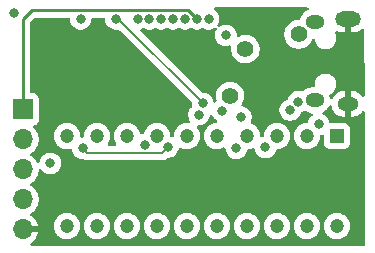
<source format=gbr>
%TF.GenerationSoftware,KiCad,Pcbnew,9.0.3*%
%TF.CreationDate,2025-08-22T13:27:39-06:00*%
%TF.ProjectId,SWAG_BAR_LED_ARM,53574147-5f42-4415-925f-4c45445f4152,rev?*%
%TF.SameCoordinates,Original*%
%TF.FileFunction,Copper,L4,Bot*%
%TF.FilePolarity,Positive*%
%FSLAX46Y46*%
G04 Gerber Fmt 4.6, Leading zero omitted, Abs format (unit mm)*
G04 Created by KiCad (PCBNEW 9.0.3) date 2025-08-22 13:27:39*
%MOMM*%
%LPD*%
G01*
G04 APERTURE LIST*
%TA.AperFunction,ComponentPad*%
%ADD10C,1.400000*%
%TD*%
%TA.AperFunction,ComponentPad*%
%ADD11O,1.800000X1.150000*%
%TD*%
%TA.AperFunction,ComponentPad*%
%ADD12O,1.600000X1.200000*%
%TD*%
%TA.AperFunction,ComponentPad*%
%ADD13O,2.200000X1.300000*%
%TD*%
%TA.AperFunction,ComponentPad*%
%ADD14R,1.700000X1.700000*%
%TD*%
%TA.AperFunction,ComponentPad*%
%ADD15O,1.700000X1.700000*%
%TD*%
%TA.AperFunction,ComponentPad*%
%ADD16R,1.200000X1.200000*%
%TD*%
%TA.AperFunction,ComponentPad*%
%ADD17C,1.200000*%
%TD*%
%TA.AperFunction,ViaPad*%
%ADD18C,0.800000*%
%TD*%
%TA.AperFunction,Conductor*%
%ADD19C,0.250000*%
%TD*%
%TA.AperFunction,Conductor*%
%ADD20C,0.200000*%
%TD*%
G04 APERTURE END LIST*
D10*
%TO.P,TP3,1,1*%
%TO.N,/D-*%
X96000000Y-96650000D03*
%TD*%
%TO.P,TP2,1,1*%
%TO.N,+5V*%
X101800000Y-91450000D03*
%TD*%
%TO.P,TP1,1,1*%
%TO.N,/D+*%
X97300000Y-92700000D03*
%TD*%
D11*
%TO.P,J3,6,Shield*%
%TO.N,GND*%
X105979000Y-97326000D03*
D12*
X103179000Y-97026000D03*
X103179000Y-90426000D03*
D13*
X105979000Y-90126000D03*
%TD*%
D14*
%TO.P,J1,1,Pin_1*%
%TO.N,/SWDIO*%
X78435200Y-97790000D03*
D15*
%TO.P,J1,2,Pin_2*%
%TO.N,/SWCLK*%
X78435200Y-100330000D03*
%TO.P,J1,3,Pin_3*%
%TO.N,/RST*%
X78435200Y-102870000D03*
%TO.P,J1,4,Pin_4*%
%TO.N,+3V3*%
X78435200Y-105410000D03*
%TO.P,J1,5,Pin_5*%
%TO.N,GND*%
X78435200Y-107950000D03*
%TD*%
D16*
%TO.P,BAR1,1,A*%
%TO.N,+3V3*%
X105048500Y-100056500D03*
D17*
%TO.P,BAR1,2,A*%
X102508500Y-100056500D03*
%TO.P,BAR1,3,A*%
X99968500Y-100056500D03*
%TO.P,BAR1,4,A*%
X97428500Y-100056500D03*
%TO.P,BAR1,5,A*%
X94888500Y-100056500D03*
%TO.P,BAR1,6,A*%
X92348500Y-100056500D03*
%TO.P,BAR1,7,A*%
X89808500Y-100056500D03*
%TO.P,BAR1,8,A*%
X87268500Y-100056500D03*
%TO.P,BAR1,9,A*%
X84728500Y-100056500D03*
%TO.P,BAR1,10,A*%
X82188500Y-100056500D03*
%TO.P,BAR1,11,K*%
%TO.N,/L9*%
X82188500Y-107676500D03*
%TO.P,BAR1,12,K*%
%TO.N,/L8*%
X84728500Y-107676500D03*
%TO.P,BAR1,13,K*%
%TO.N,/L7*%
X87268500Y-107676500D03*
%TO.P,BAR1,14,K*%
%TO.N,/L6*%
X89808500Y-107676500D03*
%TO.P,BAR1,15,K*%
%TO.N,/L5*%
X92348500Y-107676500D03*
%TO.P,BAR1,16,K*%
%TO.N,/L4*%
X94888500Y-107676500D03*
%TO.P,BAR1,17,K*%
%TO.N,/L3*%
X97428500Y-107676500D03*
%TO.P,BAR1,18,K*%
%TO.N,/L2*%
X99968500Y-107676500D03*
%TO.P,BAR1,19,K*%
%TO.N,/L1*%
X102508500Y-107676500D03*
%TO.P,BAR1,20,K*%
%TO.N,/L0*%
X105048500Y-107676500D03*
%TD*%
D18*
%TO.N,+5V*%
X101784553Y-97135995D03*
%TO.N,/SWDIO*%
X93170397Y-90132500D03*
%TO.N,/SWCLK*%
X77673200Y-89662000D03*
X94169900Y-90132500D03*
%TO.N,GND*%
X88519000Y-103886000D03*
X92811600Y-93675200D03*
X83439000Y-104013000D03*
X103632000Y-104013000D03*
X98679000Y-104013000D03*
X93599000Y-104013000D03*
%TO.N,/RST*%
X95632674Y-91525171D03*
%TO.N,/Sig_L1*%
X103505000Y-99060000D03*
X91171391Y-90132500D03*
%TO.N,/Sig_L0*%
X92170894Y-90132500D03*
X101087601Y-97852418D03*
%TO.N,/Sig_L8*%
X88803124Y-100780607D03*
X80782949Y-102359649D03*
%TO.N,/SW_1*%
X93675200Y-97282000D03*
X86309200Y-90132000D03*
%TO.N,/Sig_L9*%
X90728800Y-100987501D03*
X83515200Y-101092000D03*
%TO.N,/Sig_L2*%
X90171888Y-90132500D03*
X96520000Y-101092000D03*
X96926400Y-98450400D03*
%TO.N,/Sig_L3*%
X89172385Y-90132500D03*
X98990102Y-101021797D03*
%TO.N,/Sig_L4*%
X93364044Y-98231352D03*
X88188800Y-90119200D03*
%TO.N,/Sig_L5*%
X83341586Y-90132500D03*
X95315818Y-97923465D03*
%TD*%
D19*
%TO.N,/SWDIO*%
X93170397Y-90132500D02*
X93170397Y-90106698D01*
X78435200Y-90170000D02*
X78435200Y-97790000D01*
X88502405Y-89407500D02*
X88489105Y-89394200D01*
X93170397Y-90106698D02*
X92471199Y-89407500D01*
X92471199Y-89407500D02*
X88502405Y-89407500D01*
X79211000Y-89394200D02*
X78435200Y-90170000D01*
X88489105Y-89394200D02*
X79211000Y-89394200D01*
D20*
%TO.N,/SW_1*%
X86309200Y-90132000D02*
X86525200Y-90132000D01*
X86525200Y-90132000D02*
X93675200Y-97282000D01*
%TO.N,/Sig_L9*%
X83903807Y-101480607D02*
X83515200Y-101092000D01*
X90235694Y-101480607D02*
X83903807Y-101480607D01*
X90728800Y-100987501D02*
X90235694Y-101480607D01*
%TD*%
%TA.AperFunction,Conductor*%
%TO.N,GND*%
G36*
X102616735Y-89174185D02*
G01*
X102662490Y-89226989D01*
X102672434Y-89296147D01*
X102643409Y-89359703D01*
X102588014Y-89396431D01*
X102556744Y-89406591D01*
X102402475Y-89485195D01*
X102262397Y-89586967D01*
X102139967Y-89709397D01*
X102038195Y-89849475D01*
X101959591Y-90003744D01*
X101910180Y-90155818D01*
X101870743Y-90213493D01*
X101806384Y-90240692D01*
X101792249Y-90241500D01*
X101704884Y-90241500D01*
X101517008Y-90271256D01*
X101336092Y-90330040D01*
X101166607Y-90416398D01*
X101098221Y-90466084D01*
X101012715Y-90528208D01*
X101012713Y-90528210D01*
X101012712Y-90528210D01*
X100878210Y-90662712D01*
X100878210Y-90662713D01*
X100878208Y-90662715D01*
X100842663Y-90711638D01*
X100766398Y-90816607D01*
X100680040Y-90986092D01*
X100621256Y-91167008D01*
X100591500Y-91354883D01*
X100591500Y-91545116D01*
X100621256Y-91732991D01*
X100680040Y-91913907D01*
X100701237Y-91955507D01*
X100766398Y-92083392D01*
X100878208Y-92237285D01*
X101012715Y-92371792D01*
X101166608Y-92483602D01*
X101232259Y-92517053D01*
X101336092Y-92569959D01*
X101336094Y-92569959D01*
X101336097Y-92569961D01*
X101433070Y-92601469D01*
X101517008Y-92628743D01*
X101704884Y-92658500D01*
X101704889Y-92658500D01*
X101895116Y-92658500D01*
X102082991Y-92628743D01*
X102263903Y-92569961D01*
X102433392Y-92483602D01*
X102587285Y-92371792D01*
X102721792Y-92237285D01*
X102833602Y-92083392D01*
X102919961Y-91913903D01*
X102934496Y-91869168D01*
X102973931Y-91811494D01*
X103038290Y-91784295D01*
X103107136Y-91796209D01*
X103158613Y-91843452D01*
X103174043Y-91883296D01*
X103205411Y-92040992D01*
X103205413Y-92041000D01*
X103273896Y-92206332D01*
X103273901Y-92206342D01*
X103373321Y-92355134D01*
X103373324Y-92355138D01*
X103499861Y-92481675D01*
X103499865Y-92481678D01*
X103648657Y-92581098D01*
X103648661Y-92581100D01*
X103648664Y-92581102D01*
X103814000Y-92649587D01*
X103989516Y-92684499D01*
X103989520Y-92684500D01*
X103989521Y-92684500D01*
X104168480Y-92684500D01*
X104168481Y-92684499D01*
X104344000Y-92649587D01*
X104509336Y-92581102D01*
X104658135Y-92481678D01*
X104784678Y-92355135D01*
X104884102Y-92206336D01*
X104952587Y-92041000D01*
X104987500Y-91865479D01*
X104987500Y-91686521D01*
X104952587Y-91511000D01*
X104884102Y-91345664D01*
X104884098Y-91345659D01*
X104881229Y-91340289D01*
X104883644Y-91338997D01*
X104866277Y-91283596D01*
X104884738Y-91216209D01*
X104936701Y-91169501D01*
X105005667Y-91158301D01*
X105046552Y-91170856D01*
X105087548Y-91191745D01*
X105087555Y-91191748D01*
X105259706Y-91247682D01*
X105438494Y-91276000D01*
X105729000Y-91276000D01*
X105729000Y-90551000D01*
X106229000Y-90551000D01*
X106229000Y-91276000D01*
X106519506Y-91276000D01*
X106698293Y-91247682D01*
X106870444Y-91191748D01*
X106870447Y-91191747D01*
X107031734Y-91109565D01*
X107175435Y-91005162D01*
X107241241Y-90981682D01*
X107309295Y-90997508D01*
X107357990Y-91047613D01*
X107372320Y-91105171D01*
X107386035Y-96604453D01*
X107366517Y-96671541D01*
X107313828Y-96717428D01*
X107244694Y-96727543D01*
X107181066Y-96698677D01*
X107161717Y-96677648D01*
X107123961Y-96625683D01*
X107123961Y-96625682D01*
X107004317Y-96506038D01*
X106867423Y-96406578D01*
X106716659Y-96329760D01*
X106555726Y-96277469D01*
X106388609Y-96251000D01*
X106229000Y-96251000D01*
X106229000Y-97051000D01*
X105729000Y-97051000D01*
X105729000Y-96251000D01*
X105569391Y-96251000D01*
X105402273Y-96277469D01*
X105241340Y-96329760D01*
X105090576Y-96406578D01*
X104953683Y-96506038D01*
X104953682Y-96506038D01*
X104834038Y-96625682D01*
X104834038Y-96625683D01*
X104734576Y-96762578D01*
X104691494Y-96847132D01*
X104674529Y-96865094D01*
X104660880Y-96885687D01*
X104650960Y-96890048D01*
X104643520Y-96897927D01*
X104619538Y-96903865D01*
X104596921Y-96913811D01*
X104586217Y-96912117D01*
X104575699Y-96914722D01*
X104552313Y-96906752D01*
X104527910Y-96902891D01*
X104519821Y-96895679D01*
X104509564Y-96892184D01*
X104494199Y-96872836D01*
X104475758Y-96856395D01*
X104470986Y-96843606D01*
X104466113Y-96837469D01*
X104461551Y-96824086D01*
X104410338Y-96640092D01*
X104410795Y-96607692D01*
X104409871Y-96575319D01*
X104411286Y-96572972D01*
X104411325Y-96570230D01*
X104429219Y-96543231D01*
X104445951Y-96515486D01*
X104448825Y-96513653D01*
X104449927Y-96511991D01*
X104454777Y-96509858D01*
X104482339Y-96492284D01*
X104509336Y-96481102D01*
X104658135Y-96381678D01*
X104784678Y-96255135D01*
X104884102Y-96106336D01*
X104952587Y-95941000D01*
X104987500Y-95765479D01*
X104987500Y-95586521D01*
X104952587Y-95411000D01*
X104884102Y-95245664D01*
X104884100Y-95245661D01*
X104884098Y-95245657D01*
X104784678Y-95096865D01*
X104784675Y-95096861D01*
X104658138Y-94970324D01*
X104658134Y-94970321D01*
X104509342Y-94870901D01*
X104509332Y-94870896D01*
X104344000Y-94802413D01*
X104343992Y-94802411D01*
X104168483Y-94767500D01*
X104168479Y-94767500D01*
X103989521Y-94767500D01*
X103989516Y-94767500D01*
X103814007Y-94802411D01*
X103813999Y-94802413D01*
X103648667Y-94870896D01*
X103648657Y-94870901D01*
X103499865Y-94970321D01*
X103499861Y-94970324D01*
X103373324Y-95096861D01*
X103373321Y-95096865D01*
X103273901Y-95245657D01*
X103273896Y-95245667D01*
X103205413Y-95410999D01*
X103205411Y-95411007D01*
X103170500Y-95586516D01*
X103170500Y-95765483D01*
X103172952Y-95777809D01*
X103166725Y-95847401D01*
X103123861Y-95902578D01*
X103057971Y-95925822D01*
X103051335Y-95926000D01*
X102892429Y-95926000D01*
X102721415Y-95953085D01*
X102556742Y-96006591D01*
X102402471Y-96085198D01*
X102262398Y-96186966D01*
X102205296Y-96244067D01*
X102143972Y-96277551D01*
X102074281Y-96272565D01*
X102070165Y-96270946D01*
X102049553Y-96262408D01*
X102049549Y-96262407D01*
X102049545Y-96262405D01*
X101874036Y-96227495D01*
X101874032Y-96227495D01*
X101695074Y-96227495D01*
X101695069Y-96227495D01*
X101519560Y-96262406D01*
X101519552Y-96262408D01*
X101354220Y-96330891D01*
X101354210Y-96330896D01*
X101205418Y-96430316D01*
X101205414Y-96430319D01*
X101078877Y-96556856D01*
X101078874Y-96556860D01*
X100979454Y-96705652D01*
X100979449Y-96705662D01*
X100910965Y-96870996D01*
X100910963Y-96871002D01*
X100908310Y-96884340D01*
X100875922Y-96946250D01*
X100827872Y-96975638D01*
X100828229Y-96976500D01*
X100822757Y-96978766D01*
X100822704Y-96978799D01*
X100822609Y-96978827D01*
X100657268Y-97047314D01*
X100657258Y-97047319D01*
X100508466Y-97146739D01*
X100508462Y-97146742D01*
X100381925Y-97273279D01*
X100381922Y-97273283D01*
X100282502Y-97422075D01*
X100282497Y-97422085D01*
X100214014Y-97587417D01*
X100214012Y-97587425D01*
X100179101Y-97762934D01*
X100179101Y-97941901D01*
X100214012Y-98117410D01*
X100214014Y-98117418D01*
X100282497Y-98282750D01*
X100282502Y-98282760D01*
X100381922Y-98431552D01*
X100381925Y-98431556D01*
X100508464Y-98558095D01*
X100657258Y-98657516D01*
X100657262Y-98657518D01*
X100657265Y-98657520D01*
X100822601Y-98726005D01*
X100998117Y-98760917D01*
X100998121Y-98760918D01*
X100998122Y-98760918D01*
X101177081Y-98760918D01*
X101177082Y-98760917D01*
X101352601Y-98726005D01*
X101517937Y-98657520D01*
X101562135Y-98627988D01*
X101666738Y-98558095D01*
X101666739Y-98558093D01*
X101793276Y-98431556D01*
X101793279Y-98431553D01*
X101892703Y-98282754D01*
X101961188Y-98117418D01*
X101963841Y-98104080D01*
X101967063Y-98097918D01*
X101967203Y-98090961D01*
X101983045Y-98067361D01*
X101996221Y-98042171D01*
X102003203Y-98037333D01*
X102006146Y-98032951D01*
X102021375Y-98024745D01*
X102036213Y-98014467D01*
X102045757Y-98010337D01*
X102049553Y-98009582D01*
X102214889Y-97941097D01*
X102231656Y-97929893D01*
X102241962Y-97925434D01*
X102265938Y-97922474D01*
X102288993Y-97915256D01*
X102299989Y-97918272D01*
X102311305Y-97916876D01*
X102333073Y-97927348D01*
X102356373Y-97933740D01*
X102364091Y-97938917D01*
X102402474Y-97966803D01*
X102402476Y-97966804D01*
X102556742Y-98045408D01*
X102721415Y-98098913D01*
X102882771Y-98124470D01*
X102945905Y-98154399D01*
X102982837Y-98213710D01*
X102981839Y-98283573D01*
X102943229Y-98341806D01*
X102932270Y-98350041D01*
X102925867Y-98354319D01*
X102925861Y-98354324D01*
X102799324Y-98480861D01*
X102799321Y-98480865D01*
X102699901Y-98629657D01*
X102699896Y-98629667D01*
X102631413Y-98794999D01*
X102631411Y-98795007D01*
X102620832Y-98848191D01*
X102588447Y-98910102D01*
X102527731Y-98944677D01*
X102499215Y-98948000D01*
X102421259Y-98948000D01*
X102363814Y-98957098D01*
X102248924Y-98975295D01*
X102082986Y-99029210D01*
X102082983Y-99029211D01*
X101927515Y-99108428D01*
X101786367Y-99210977D01*
X101786362Y-99210981D01*
X101662981Y-99334362D01*
X101662977Y-99334367D01*
X101560428Y-99475515D01*
X101481211Y-99630983D01*
X101481210Y-99630986D01*
X101427295Y-99796924D01*
X101408378Y-99916362D01*
X101400000Y-99969259D01*
X101400000Y-100143741D01*
X101413647Y-100229907D01*
X101427295Y-100316075D01*
X101481210Y-100482013D01*
X101481211Y-100482016D01*
X101560428Y-100637484D01*
X101662977Y-100778632D01*
X101662981Y-100778637D01*
X101786362Y-100902018D01*
X101786367Y-100902022D01*
X101909484Y-100991471D01*
X101927519Y-101004574D01*
X102023290Y-101053372D01*
X102082983Y-101083788D01*
X102082986Y-101083789D01*
X102165955Y-101110746D01*
X102248926Y-101137705D01*
X102421259Y-101165000D01*
X102421260Y-101165000D01*
X102595740Y-101165000D01*
X102595741Y-101165000D01*
X102768074Y-101137705D01*
X102934016Y-101083788D01*
X103089481Y-101004574D01*
X103230639Y-100902017D01*
X103354017Y-100778639D01*
X103456574Y-100637481D01*
X103535788Y-100482016D01*
X103589705Y-100316074D01*
X103617000Y-100143741D01*
X103617000Y-100065784D01*
X103625491Y-100036866D01*
X103631629Y-100007355D01*
X103635235Y-100003682D01*
X103636685Y-99998745D01*
X103659458Y-99979011D01*
X103680580Y-99957500D01*
X103687019Y-99955130D01*
X103689489Y-99952990D01*
X103713535Y-99944864D01*
X103715153Y-99944496D01*
X103770000Y-99933587D01*
X103778274Y-99930159D01*
X103788535Y-99927829D01*
X103813312Y-99929373D01*
X103838000Y-99926716D01*
X103847579Y-99931509D01*
X103858269Y-99932176D01*
X103878278Y-99946871D01*
X103900484Y-99957983D01*
X103905951Y-99967194D01*
X103914583Y-99973534D01*
X103923471Y-99996715D01*
X103936144Y-100018067D01*
X103938330Y-100035467D01*
X103939598Y-100038772D01*
X103939066Y-100041325D01*
X103940000Y-100048749D01*
X103940000Y-100705154D01*
X103946511Y-100765702D01*
X103946511Y-100765704D01*
X103986199Y-100872107D01*
X103997611Y-100902704D01*
X104085239Y-101019761D01*
X104202296Y-101107389D01*
X104339299Y-101158489D01*
X104366550Y-101161418D01*
X104399845Y-101164999D01*
X104399862Y-101165000D01*
X105697138Y-101165000D01*
X105697154Y-101164999D01*
X105724192Y-101162091D01*
X105757701Y-101158489D01*
X105894704Y-101107389D01*
X106011761Y-101019761D01*
X106099389Y-100902704D01*
X106150489Y-100765701D01*
X106154278Y-100730460D01*
X106156999Y-100705154D01*
X106157000Y-100705137D01*
X106157000Y-99407862D01*
X106156999Y-99407845D01*
X106153108Y-99371658D01*
X106150489Y-99347299D01*
X106145663Y-99334361D01*
X106116250Y-99255502D01*
X106099389Y-99210296D01*
X106011761Y-99093239D01*
X105894704Y-99005611D01*
X105757703Y-98954511D01*
X105697154Y-98948000D01*
X105697138Y-98948000D01*
X104510784Y-98948000D01*
X104443745Y-98928315D01*
X104397990Y-98875511D01*
X104389168Y-98848197D01*
X104378587Y-98795000D01*
X104310102Y-98629664D01*
X104310100Y-98629661D01*
X104310098Y-98629657D01*
X104210678Y-98480865D01*
X104210675Y-98480861D01*
X104084138Y-98354324D01*
X104084134Y-98354321D01*
X103935342Y-98254901D01*
X103935332Y-98254896D01*
X103883096Y-98233259D01*
X103828693Y-98189418D01*
X103806628Y-98123123D01*
X103823908Y-98055424D01*
X103874255Y-98008213D01*
X103955522Y-97966805D01*
X104095602Y-97865032D01*
X104218032Y-97742602D01*
X104319805Y-97602522D01*
X104367466Y-97508982D01*
X104415440Y-97458186D01*
X104483261Y-97441390D01*
X104549396Y-97463927D01*
X104592848Y-97518642D01*
X104600424Y-97545875D01*
X104605470Y-97577728D01*
X104657760Y-97738659D01*
X104734578Y-97889423D01*
X104834038Y-98026316D01*
X104834038Y-98026317D01*
X104953682Y-98145961D01*
X105090576Y-98245421D01*
X105241340Y-98322239D01*
X105402273Y-98374530D01*
X105569391Y-98401000D01*
X105729000Y-98401000D01*
X105729000Y-97601000D01*
X106229000Y-97601000D01*
X106229000Y-98401000D01*
X106388609Y-98401000D01*
X106555726Y-98374530D01*
X106716659Y-98322239D01*
X106867423Y-98245421D01*
X107004316Y-98145961D01*
X107004317Y-98145961D01*
X107123961Y-98026317D01*
X107123966Y-98026311D01*
X107165302Y-97969418D01*
X107220632Y-97926752D01*
X107290245Y-97920773D01*
X107352040Y-97953379D01*
X107386397Y-98014217D01*
X107389620Y-98041994D01*
X107398209Y-101486060D01*
X107417501Y-109222194D01*
X107397984Y-109289279D01*
X107345295Y-109335166D01*
X107293502Y-109346500D01*
X84329201Y-109346500D01*
X84328788Y-109346499D01*
X79214485Y-109329478D01*
X79147512Y-109309571D01*
X79101933Y-109256615D01*
X79092220Y-109187424D01*
X79121456Y-109123965D01*
X79142013Y-109105160D01*
X79314666Y-108979721D01*
X79464923Y-108829464D01*
X79464927Y-108829459D01*
X79589820Y-108657557D01*
X79686295Y-108468217D01*
X79751957Y-108266129D01*
X79751957Y-108266126D01*
X79762431Y-108200000D01*
X78868212Y-108200000D01*
X78901125Y-108142993D01*
X78935200Y-108015826D01*
X78935200Y-107884174D01*
X78901125Y-107757007D01*
X78868212Y-107700000D01*
X79762431Y-107700000D01*
X79751957Y-107633873D01*
X79751956Y-107633867D01*
X79748330Y-107622707D01*
X79748329Y-107622705D01*
X79737462Y-107589259D01*
X81080000Y-107589259D01*
X81080000Y-107763740D01*
X81107295Y-107936075D01*
X81161210Y-108102013D01*
X81161211Y-108102016D01*
X81211138Y-108200000D01*
X81240184Y-108257007D01*
X81240428Y-108257484D01*
X81342977Y-108398632D01*
X81342981Y-108398637D01*
X81466362Y-108522018D01*
X81466367Y-108522022D01*
X81589484Y-108611471D01*
X81607519Y-108624574D01*
X81683715Y-108663398D01*
X81762983Y-108703788D01*
X81762986Y-108703789D01*
X81845955Y-108730746D01*
X81928926Y-108757705D01*
X82101259Y-108785000D01*
X82101260Y-108785000D01*
X82275740Y-108785000D01*
X82275741Y-108785000D01*
X82448074Y-108757705D01*
X82614016Y-108703788D01*
X82769481Y-108624574D01*
X82910639Y-108522017D01*
X83034017Y-108398639D01*
X83136574Y-108257481D01*
X83215788Y-108102016D01*
X83269705Y-107936074D01*
X83297000Y-107763741D01*
X83297000Y-107589259D01*
X83620000Y-107589259D01*
X83620000Y-107763740D01*
X83647295Y-107936075D01*
X83701210Y-108102013D01*
X83701211Y-108102016D01*
X83751138Y-108200000D01*
X83780184Y-108257007D01*
X83780428Y-108257484D01*
X83882977Y-108398632D01*
X83882981Y-108398637D01*
X84006362Y-108522018D01*
X84006367Y-108522022D01*
X84129484Y-108611471D01*
X84147519Y-108624574D01*
X84223715Y-108663398D01*
X84302983Y-108703788D01*
X84302986Y-108703789D01*
X84385955Y-108730746D01*
X84468926Y-108757705D01*
X84641259Y-108785000D01*
X84641260Y-108785000D01*
X84815740Y-108785000D01*
X84815741Y-108785000D01*
X84988074Y-108757705D01*
X85154016Y-108703788D01*
X85309481Y-108624574D01*
X85450639Y-108522017D01*
X85574017Y-108398639D01*
X85676574Y-108257481D01*
X85755788Y-108102016D01*
X85809705Y-107936074D01*
X85837000Y-107763741D01*
X85837000Y-107589259D01*
X86160000Y-107589259D01*
X86160000Y-107763740D01*
X86187295Y-107936075D01*
X86241210Y-108102013D01*
X86241211Y-108102016D01*
X86291138Y-108200000D01*
X86320184Y-108257007D01*
X86320428Y-108257484D01*
X86422977Y-108398632D01*
X86422981Y-108398637D01*
X86546362Y-108522018D01*
X86546367Y-108522022D01*
X86669484Y-108611471D01*
X86687519Y-108624574D01*
X86763715Y-108663398D01*
X86842983Y-108703788D01*
X86842986Y-108703789D01*
X86925955Y-108730746D01*
X87008926Y-108757705D01*
X87181259Y-108785000D01*
X87181260Y-108785000D01*
X87355740Y-108785000D01*
X87355741Y-108785000D01*
X87528074Y-108757705D01*
X87694016Y-108703788D01*
X87849481Y-108624574D01*
X87990639Y-108522017D01*
X88114017Y-108398639D01*
X88216574Y-108257481D01*
X88295788Y-108102016D01*
X88349705Y-107936074D01*
X88377000Y-107763741D01*
X88377000Y-107589259D01*
X88700000Y-107589259D01*
X88700000Y-107763740D01*
X88727295Y-107936075D01*
X88781210Y-108102013D01*
X88781211Y-108102016D01*
X88831138Y-108200000D01*
X88860184Y-108257007D01*
X88860428Y-108257484D01*
X88962977Y-108398632D01*
X88962981Y-108398637D01*
X89086362Y-108522018D01*
X89086367Y-108522022D01*
X89209484Y-108611471D01*
X89227519Y-108624574D01*
X89303715Y-108663398D01*
X89382983Y-108703788D01*
X89382986Y-108703789D01*
X89465955Y-108730746D01*
X89548926Y-108757705D01*
X89721259Y-108785000D01*
X89721260Y-108785000D01*
X89895740Y-108785000D01*
X89895741Y-108785000D01*
X90068074Y-108757705D01*
X90234016Y-108703788D01*
X90389481Y-108624574D01*
X90530639Y-108522017D01*
X90654017Y-108398639D01*
X90756574Y-108257481D01*
X90835788Y-108102016D01*
X90889705Y-107936074D01*
X90917000Y-107763741D01*
X90917000Y-107589259D01*
X91240000Y-107589259D01*
X91240000Y-107763740D01*
X91267295Y-107936075D01*
X91321210Y-108102013D01*
X91321211Y-108102016D01*
X91371138Y-108200000D01*
X91400184Y-108257007D01*
X91400428Y-108257484D01*
X91502977Y-108398632D01*
X91502981Y-108398637D01*
X91626362Y-108522018D01*
X91626367Y-108522022D01*
X91749484Y-108611471D01*
X91767519Y-108624574D01*
X91843715Y-108663398D01*
X91922983Y-108703788D01*
X91922986Y-108703789D01*
X92005955Y-108730746D01*
X92088926Y-108757705D01*
X92261259Y-108785000D01*
X92261260Y-108785000D01*
X92435740Y-108785000D01*
X92435741Y-108785000D01*
X92608074Y-108757705D01*
X92774016Y-108703788D01*
X92929481Y-108624574D01*
X93070639Y-108522017D01*
X93194017Y-108398639D01*
X93296574Y-108257481D01*
X93375788Y-108102016D01*
X93429705Y-107936074D01*
X93457000Y-107763741D01*
X93457000Y-107589259D01*
X93780000Y-107589259D01*
X93780000Y-107763740D01*
X93807295Y-107936075D01*
X93861210Y-108102013D01*
X93861211Y-108102016D01*
X93911138Y-108200000D01*
X93940184Y-108257007D01*
X93940428Y-108257484D01*
X94042977Y-108398632D01*
X94042981Y-108398637D01*
X94166362Y-108522018D01*
X94166367Y-108522022D01*
X94289484Y-108611471D01*
X94307519Y-108624574D01*
X94383715Y-108663398D01*
X94462983Y-108703788D01*
X94462986Y-108703789D01*
X94545955Y-108730746D01*
X94628926Y-108757705D01*
X94801259Y-108785000D01*
X94801260Y-108785000D01*
X94975740Y-108785000D01*
X94975741Y-108785000D01*
X95148074Y-108757705D01*
X95314016Y-108703788D01*
X95469481Y-108624574D01*
X95610639Y-108522017D01*
X95734017Y-108398639D01*
X95836574Y-108257481D01*
X95915788Y-108102016D01*
X95969705Y-107936074D01*
X95997000Y-107763741D01*
X95997000Y-107589259D01*
X96320000Y-107589259D01*
X96320000Y-107763740D01*
X96347295Y-107936075D01*
X96401210Y-108102013D01*
X96401211Y-108102016D01*
X96451138Y-108200000D01*
X96480184Y-108257007D01*
X96480428Y-108257484D01*
X96582977Y-108398632D01*
X96582981Y-108398637D01*
X96706362Y-108522018D01*
X96706367Y-108522022D01*
X96829484Y-108611471D01*
X96847519Y-108624574D01*
X96923715Y-108663398D01*
X97002983Y-108703788D01*
X97002986Y-108703789D01*
X97085955Y-108730746D01*
X97168926Y-108757705D01*
X97341259Y-108785000D01*
X97341260Y-108785000D01*
X97515740Y-108785000D01*
X97515741Y-108785000D01*
X97688074Y-108757705D01*
X97854016Y-108703788D01*
X98009481Y-108624574D01*
X98150639Y-108522017D01*
X98274017Y-108398639D01*
X98376574Y-108257481D01*
X98455788Y-108102016D01*
X98509705Y-107936074D01*
X98537000Y-107763741D01*
X98537000Y-107589259D01*
X98860000Y-107589259D01*
X98860000Y-107763740D01*
X98887295Y-107936075D01*
X98941210Y-108102013D01*
X98941211Y-108102016D01*
X98991138Y-108200000D01*
X99020184Y-108257007D01*
X99020428Y-108257484D01*
X99122977Y-108398632D01*
X99122981Y-108398637D01*
X99246362Y-108522018D01*
X99246367Y-108522022D01*
X99369484Y-108611471D01*
X99387519Y-108624574D01*
X99463715Y-108663398D01*
X99542983Y-108703788D01*
X99542986Y-108703789D01*
X99625955Y-108730746D01*
X99708926Y-108757705D01*
X99881259Y-108785000D01*
X99881260Y-108785000D01*
X100055740Y-108785000D01*
X100055741Y-108785000D01*
X100228074Y-108757705D01*
X100394016Y-108703788D01*
X100549481Y-108624574D01*
X100690639Y-108522017D01*
X100814017Y-108398639D01*
X100916574Y-108257481D01*
X100995788Y-108102016D01*
X101049705Y-107936074D01*
X101077000Y-107763741D01*
X101077000Y-107589259D01*
X101400000Y-107589259D01*
X101400000Y-107763740D01*
X101427295Y-107936075D01*
X101481210Y-108102013D01*
X101481211Y-108102016D01*
X101531138Y-108200000D01*
X101560184Y-108257007D01*
X101560428Y-108257484D01*
X101662977Y-108398632D01*
X101662981Y-108398637D01*
X101786362Y-108522018D01*
X101786367Y-108522022D01*
X101909484Y-108611471D01*
X101927519Y-108624574D01*
X102003715Y-108663398D01*
X102082983Y-108703788D01*
X102082986Y-108703789D01*
X102165955Y-108730746D01*
X102248926Y-108757705D01*
X102421259Y-108785000D01*
X102421260Y-108785000D01*
X102595740Y-108785000D01*
X102595741Y-108785000D01*
X102768074Y-108757705D01*
X102934016Y-108703788D01*
X103089481Y-108624574D01*
X103230639Y-108522017D01*
X103354017Y-108398639D01*
X103456574Y-108257481D01*
X103535788Y-108102016D01*
X103589705Y-107936074D01*
X103617000Y-107763741D01*
X103617000Y-107589259D01*
X103940000Y-107589259D01*
X103940000Y-107763740D01*
X103967295Y-107936075D01*
X104021210Y-108102013D01*
X104021211Y-108102016D01*
X104071138Y-108200000D01*
X104100184Y-108257007D01*
X104100428Y-108257484D01*
X104202977Y-108398632D01*
X104202981Y-108398637D01*
X104326362Y-108522018D01*
X104326367Y-108522022D01*
X104449484Y-108611471D01*
X104467519Y-108624574D01*
X104543715Y-108663398D01*
X104622983Y-108703788D01*
X104622986Y-108703789D01*
X104705955Y-108730746D01*
X104788926Y-108757705D01*
X104961259Y-108785000D01*
X104961260Y-108785000D01*
X105135740Y-108785000D01*
X105135741Y-108785000D01*
X105308074Y-108757705D01*
X105474016Y-108703788D01*
X105629481Y-108624574D01*
X105770639Y-108522017D01*
X105894017Y-108398639D01*
X105996574Y-108257481D01*
X106075788Y-108102016D01*
X106129705Y-107936074D01*
X106157000Y-107763741D01*
X106157000Y-107589259D01*
X106129705Y-107416926D01*
X106075788Y-107250984D01*
X106075788Y-107250983D01*
X106025298Y-107151893D01*
X105996574Y-107095519D01*
X105978422Y-107070535D01*
X105894022Y-106954367D01*
X105894018Y-106954362D01*
X105770637Y-106830981D01*
X105770632Y-106830977D01*
X105629484Y-106728428D01*
X105629483Y-106728427D01*
X105629481Y-106728426D01*
X105579675Y-106703048D01*
X105474016Y-106649211D01*
X105474013Y-106649210D01*
X105308075Y-106595295D01*
X105221907Y-106581647D01*
X105135741Y-106568000D01*
X104961259Y-106568000D01*
X104903814Y-106577098D01*
X104788924Y-106595295D01*
X104622986Y-106649210D01*
X104622983Y-106649211D01*
X104467515Y-106728428D01*
X104326367Y-106830977D01*
X104326362Y-106830981D01*
X104202981Y-106954362D01*
X104202977Y-106954367D01*
X104100428Y-107095515D01*
X104021211Y-107250983D01*
X104021210Y-107250986D01*
X103967295Y-107416924D01*
X103940000Y-107589259D01*
X103617000Y-107589259D01*
X103589705Y-107416926D01*
X103535788Y-107250984D01*
X103535788Y-107250983D01*
X103485298Y-107151893D01*
X103456574Y-107095519D01*
X103438422Y-107070535D01*
X103354022Y-106954367D01*
X103354018Y-106954362D01*
X103230637Y-106830981D01*
X103230632Y-106830977D01*
X103089484Y-106728428D01*
X103089483Y-106728427D01*
X103089481Y-106728426D01*
X103039675Y-106703048D01*
X102934016Y-106649211D01*
X102934013Y-106649210D01*
X102768075Y-106595295D01*
X102681907Y-106581647D01*
X102595741Y-106568000D01*
X102421259Y-106568000D01*
X102363814Y-106577098D01*
X102248924Y-106595295D01*
X102082986Y-106649210D01*
X102082983Y-106649211D01*
X101927515Y-106728428D01*
X101786367Y-106830977D01*
X101786362Y-106830981D01*
X101662981Y-106954362D01*
X101662977Y-106954367D01*
X101560428Y-107095515D01*
X101481211Y-107250983D01*
X101481210Y-107250986D01*
X101427295Y-107416924D01*
X101400000Y-107589259D01*
X101077000Y-107589259D01*
X101049705Y-107416926D01*
X100995788Y-107250984D01*
X100995788Y-107250983D01*
X100945298Y-107151893D01*
X100916574Y-107095519D01*
X100898422Y-107070535D01*
X100814022Y-106954367D01*
X100814018Y-106954362D01*
X100690637Y-106830981D01*
X100690632Y-106830977D01*
X100549484Y-106728428D01*
X100549483Y-106728427D01*
X100549481Y-106728426D01*
X100499675Y-106703048D01*
X100394016Y-106649211D01*
X100394013Y-106649210D01*
X100228075Y-106595295D01*
X100141907Y-106581647D01*
X100055741Y-106568000D01*
X99881259Y-106568000D01*
X99823814Y-106577098D01*
X99708924Y-106595295D01*
X99542986Y-106649210D01*
X99542983Y-106649211D01*
X99387515Y-106728428D01*
X99246367Y-106830977D01*
X99246362Y-106830981D01*
X99122981Y-106954362D01*
X99122977Y-106954367D01*
X99020428Y-107095515D01*
X98941211Y-107250983D01*
X98941210Y-107250986D01*
X98887295Y-107416924D01*
X98860000Y-107589259D01*
X98537000Y-107589259D01*
X98509705Y-107416926D01*
X98455788Y-107250984D01*
X98455788Y-107250983D01*
X98405298Y-107151893D01*
X98376574Y-107095519D01*
X98358422Y-107070535D01*
X98274022Y-106954367D01*
X98274018Y-106954362D01*
X98150637Y-106830981D01*
X98150632Y-106830977D01*
X98009484Y-106728428D01*
X98009483Y-106728427D01*
X98009481Y-106728426D01*
X97959675Y-106703048D01*
X97854016Y-106649211D01*
X97854013Y-106649210D01*
X97688075Y-106595295D01*
X97601907Y-106581647D01*
X97515741Y-106568000D01*
X97341259Y-106568000D01*
X97283814Y-106577098D01*
X97168924Y-106595295D01*
X97002986Y-106649210D01*
X97002983Y-106649211D01*
X96847515Y-106728428D01*
X96706367Y-106830977D01*
X96706362Y-106830981D01*
X96582981Y-106954362D01*
X96582977Y-106954367D01*
X96480428Y-107095515D01*
X96401211Y-107250983D01*
X96401210Y-107250986D01*
X96347295Y-107416924D01*
X96320000Y-107589259D01*
X95997000Y-107589259D01*
X95969705Y-107416926D01*
X95915788Y-107250984D01*
X95915788Y-107250983D01*
X95865298Y-107151893D01*
X95836574Y-107095519D01*
X95818422Y-107070535D01*
X95734022Y-106954367D01*
X95734018Y-106954362D01*
X95610637Y-106830981D01*
X95610632Y-106830977D01*
X95469484Y-106728428D01*
X95469483Y-106728427D01*
X95469481Y-106728426D01*
X95419675Y-106703048D01*
X95314016Y-106649211D01*
X95314013Y-106649210D01*
X95148075Y-106595295D01*
X95061907Y-106581647D01*
X94975741Y-106568000D01*
X94801259Y-106568000D01*
X94743814Y-106577098D01*
X94628924Y-106595295D01*
X94462986Y-106649210D01*
X94462983Y-106649211D01*
X94307515Y-106728428D01*
X94166367Y-106830977D01*
X94166362Y-106830981D01*
X94042981Y-106954362D01*
X94042977Y-106954367D01*
X93940428Y-107095515D01*
X93861211Y-107250983D01*
X93861210Y-107250986D01*
X93807295Y-107416924D01*
X93780000Y-107589259D01*
X93457000Y-107589259D01*
X93429705Y-107416926D01*
X93375788Y-107250984D01*
X93375788Y-107250983D01*
X93325298Y-107151893D01*
X93296574Y-107095519D01*
X93278422Y-107070535D01*
X93194022Y-106954367D01*
X93194018Y-106954362D01*
X93070637Y-106830981D01*
X93070632Y-106830977D01*
X92929484Y-106728428D01*
X92929483Y-106728427D01*
X92929481Y-106728426D01*
X92879675Y-106703048D01*
X92774016Y-106649211D01*
X92774013Y-106649210D01*
X92608075Y-106595295D01*
X92521907Y-106581647D01*
X92435741Y-106568000D01*
X92261259Y-106568000D01*
X92203814Y-106577098D01*
X92088924Y-106595295D01*
X91922986Y-106649210D01*
X91922983Y-106649211D01*
X91767515Y-106728428D01*
X91626367Y-106830977D01*
X91626362Y-106830981D01*
X91502981Y-106954362D01*
X91502977Y-106954367D01*
X91400428Y-107095515D01*
X91321211Y-107250983D01*
X91321210Y-107250986D01*
X91267295Y-107416924D01*
X91240000Y-107589259D01*
X90917000Y-107589259D01*
X90889705Y-107416926D01*
X90835788Y-107250984D01*
X90835788Y-107250983D01*
X90785298Y-107151893D01*
X90756574Y-107095519D01*
X90738422Y-107070535D01*
X90654022Y-106954367D01*
X90654018Y-106954362D01*
X90530637Y-106830981D01*
X90530632Y-106830977D01*
X90389484Y-106728428D01*
X90389483Y-106728427D01*
X90389481Y-106728426D01*
X90339675Y-106703048D01*
X90234016Y-106649211D01*
X90234013Y-106649210D01*
X90068075Y-106595295D01*
X89981907Y-106581647D01*
X89895741Y-106568000D01*
X89721259Y-106568000D01*
X89663814Y-106577098D01*
X89548924Y-106595295D01*
X89382986Y-106649210D01*
X89382983Y-106649211D01*
X89227515Y-106728428D01*
X89086367Y-106830977D01*
X89086362Y-106830981D01*
X88962981Y-106954362D01*
X88962977Y-106954367D01*
X88860428Y-107095515D01*
X88781211Y-107250983D01*
X88781210Y-107250986D01*
X88727295Y-107416924D01*
X88700000Y-107589259D01*
X88377000Y-107589259D01*
X88349705Y-107416926D01*
X88295788Y-107250984D01*
X88295788Y-107250983D01*
X88245298Y-107151893D01*
X88216574Y-107095519D01*
X88198422Y-107070535D01*
X88114022Y-106954367D01*
X88114018Y-106954362D01*
X87990637Y-106830981D01*
X87990632Y-106830977D01*
X87849484Y-106728428D01*
X87849483Y-106728427D01*
X87849481Y-106728426D01*
X87799675Y-106703048D01*
X87694016Y-106649211D01*
X87694013Y-106649210D01*
X87528075Y-106595295D01*
X87441907Y-106581647D01*
X87355741Y-106568000D01*
X87181259Y-106568000D01*
X87123814Y-106577098D01*
X87008924Y-106595295D01*
X86842986Y-106649210D01*
X86842983Y-106649211D01*
X86687515Y-106728428D01*
X86546367Y-106830977D01*
X86546362Y-106830981D01*
X86422981Y-106954362D01*
X86422977Y-106954367D01*
X86320428Y-107095515D01*
X86241211Y-107250983D01*
X86241210Y-107250986D01*
X86187295Y-107416924D01*
X86160000Y-107589259D01*
X85837000Y-107589259D01*
X85809705Y-107416926D01*
X85755788Y-107250984D01*
X85755788Y-107250983D01*
X85705298Y-107151893D01*
X85676574Y-107095519D01*
X85658422Y-107070535D01*
X85574022Y-106954367D01*
X85574018Y-106954362D01*
X85450637Y-106830981D01*
X85450632Y-106830977D01*
X85309484Y-106728428D01*
X85309483Y-106728427D01*
X85309481Y-106728426D01*
X85259675Y-106703048D01*
X85154016Y-106649211D01*
X85154013Y-106649210D01*
X84988075Y-106595295D01*
X84901907Y-106581647D01*
X84815741Y-106568000D01*
X84641259Y-106568000D01*
X84583814Y-106577098D01*
X84468924Y-106595295D01*
X84302986Y-106649210D01*
X84302983Y-106649211D01*
X84147515Y-106728428D01*
X84006367Y-106830977D01*
X84006362Y-106830981D01*
X83882981Y-106954362D01*
X83882977Y-106954367D01*
X83780428Y-107095515D01*
X83701211Y-107250983D01*
X83701210Y-107250986D01*
X83647295Y-107416924D01*
X83620000Y-107589259D01*
X83297000Y-107589259D01*
X83269705Y-107416926D01*
X83215788Y-107250984D01*
X83215788Y-107250983D01*
X83165298Y-107151893D01*
X83136574Y-107095519D01*
X83118422Y-107070535D01*
X83034022Y-106954367D01*
X83034018Y-106954362D01*
X82910637Y-106830981D01*
X82910632Y-106830977D01*
X82769484Y-106728428D01*
X82769483Y-106728427D01*
X82769481Y-106728426D01*
X82719675Y-106703048D01*
X82614016Y-106649211D01*
X82614013Y-106649210D01*
X82448075Y-106595295D01*
X82361907Y-106581647D01*
X82275741Y-106568000D01*
X82101259Y-106568000D01*
X82043814Y-106577098D01*
X81928924Y-106595295D01*
X81762986Y-106649210D01*
X81762983Y-106649211D01*
X81607515Y-106728428D01*
X81466367Y-106830977D01*
X81466362Y-106830981D01*
X81342981Y-106954362D01*
X81342977Y-106954367D01*
X81240428Y-107095515D01*
X81161211Y-107250983D01*
X81161210Y-107250986D01*
X81107295Y-107416924D01*
X81080000Y-107589259D01*
X79737462Y-107589259D01*
X79686295Y-107431782D01*
X79589820Y-107242442D01*
X79464927Y-107070540D01*
X79464923Y-107070535D01*
X79314664Y-106920276D01*
X79314659Y-106920272D01*
X79142753Y-106795376D01*
X79142754Y-106795376D01*
X79142508Y-106795251D01*
X79142431Y-106795178D01*
X79138602Y-106792832D01*
X79139095Y-106792027D01*
X79091715Y-106747274D01*
X79074924Y-106679451D01*
X79097466Y-106613318D01*
X79142519Y-106574283D01*
X79147209Y-106571894D01*
X79320204Y-106446206D01*
X79471406Y-106295004D01*
X79597094Y-106122009D01*
X79694172Y-105931483D01*
X79760249Y-105728116D01*
X79793700Y-105516916D01*
X79793700Y-105303084D01*
X79760249Y-105091884D01*
X79694172Y-104888517D01*
X79694172Y-104888516D01*
X79597093Y-104697990D01*
X79503627Y-104569345D01*
X79471406Y-104524996D01*
X79320204Y-104373794D01*
X79147209Y-104248106D01*
X79147205Y-104248103D01*
X79143332Y-104245730D01*
X79096454Y-104193920D01*
X79085029Y-104124991D01*
X79112683Y-104060827D01*
X79143332Y-104034270D01*
X79147205Y-104031896D01*
X79147204Y-104031896D01*
X79147209Y-104031894D01*
X79320204Y-103906206D01*
X79471406Y-103755004D01*
X79597094Y-103582009D01*
X79694172Y-103391483D01*
X79760249Y-103188116D01*
X79793700Y-102976916D01*
X79793700Y-102923163D01*
X79813385Y-102856124D01*
X79866189Y-102810369D01*
X79935347Y-102800425D01*
X79998903Y-102829450D01*
X80020802Y-102854273D01*
X80077267Y-102938779D01*
X80077273Y-102938787D01*
X80203810Y-103065324D01*
X80203814Y-103065327D01*
X80352606Y-103164747D01*
X80352610Y-103164749D01*
X80352613Y-103164751D01*
X80517949Y-103233236D01*
X80693465Y-103268148D01*
X80693469Y-103268149D01*
X80693470Y-103268149D01*
X80872429Y-103268149D01*
X80872430Y-103268148D01*
X81047949Y-103233236D01*
X81213285Y-103164751D01*
X81362084Y-103065327D01*
X81488627Y-102938784D01*
X81588051Y-102789985D01*
X81656536Y-102624649D01*
X81691449Y-102449128D01*
X81691449Y-102270170D01*
X81656536Y-102094649D01*
X81588051Y-101929313D01*
X81588049Y-101929310D01*
X81588047Y-101929306D01*
X81488627Y-101780514D01*
X81488624Y-101780510D01*
X81362087Y-101653973D01*
X81362083Y-101653970D01*
X81213291Y-101554550D01*
X81213281Y-101554545D01*
X81047949Y-101486062D01*
X81047941Y-101486060D01*
X80872432Y-101451149D01*
X80872428Y-101451149D01*
X80693470Y-101451149D01*
X80693465Y-101451149D01*
X80517956Y-101486060D01*
X80517948Y-101486062D01*
X80352616Y-101554545D01*
X80352606Y-101554550D01*
X80203814Y-101653970D01*
X80203810Y-101653973D01*
X80077273Y-101780510D01*
X80077270Y-101780514D01*
X79977850Y-101929306D01*
X79977845Y-101929316D01*
X79909362Y-102094648D01*
X79909360Y-102094656D01*
X79882384Y-102230274D01*
X79849999Y-102292185D01*
X79789284Y-102326759D01*
X79719514Y-102323020D01*
X79662842Y-102282153D01*
X79650282Y-102262378D01*
X79597093Y-102157990D01*
X79556582Y-102102231D01*
X79471406Y-101984996D01*
X79320204Y-101833794D01*
X79147209Y-101708106D01*
X79147205Y-101708103D01*
X79143332Y-101705730D01*
X79096454Y-101653920D01*
X79085029Y-101584991D01*
X79112683Y-101520827D01*
X79143332Y-101494270D01*
X79147205Y-101491896D01*
X79147204Y-101491896D01*
X79147209Y-101491894D01*
X79320204Y-101366206D01*
X79471406Y-101215004D01*
X79597094Y-101042009D01*
X79694172Y-100851483D01*
X79760249Y-100648116D01*
X79793700Y-100436916D01*
X79793700Y-100223084D01*
X79760249Y-100011884D01*
X79718997Y-99884921D01*
X79694173Y-99808519D01*
X79694172Y-99808516D01*
X79603714Y-99630984D01*
X79597094Y-99617991D01*
X79471406Y-99444996D01*
X79366228Y-99339818D01*
X79332743Y-99278495D01*
X79337727Y-99208803D01*
X79379599Y-99152870D01*
X79410567Y-99135959D01*
X79531404Y-99090889D01*
X79648461Y-99003261D01*
X79736089Y-98886204D01*
X79787189Y-98749201D01*
X79792645Y-98698451D01*
X79793699Y-98688654D01*
X79793700Y-98688637D01*
X79793700Y-96891362D01*
X79793699Y-96891345D01*
X79788945Y-96847132D01*
X79787189Y-96830799D01*
X79784685Y-96824086D01*
X79761744Y-96762578D01*
X79736089Y-96693796D01*
X79648461Y-96576739D01*
X79531404Y-96489111D01*
X79527321Y-96487588D01*
X79394403Y-96438011D01*
X79333854Y-96431500D01*
X79333838Y-96431500D01*
X79192700Y-96431500D01*
X79125661Y-96411815D01*
X79079906Y-96359011D01*
X79068700Y-96307500D01*
X79068700Y-90483766D01*
X79088385Y-90416727D01*
X79105019Y-90396085D01*
X79437085Y-90064019D01*
X79498408Y-90030534D01*
X79524766Y-90027700D01*
X82309086Y-90027700D01*
X82376125Y-90047385D01*
X82421880Y-90100189D01*
X82433086Y-90151700D01*
X82433086Y-90221983D01*
X82467997Y-90397492D01*
X82467999Y-90397500D01*
X82536482Y-90562832D01*
X82536487Y-90562842D01*
X82635907Y-90711634D01*
X82635910Y-90711638D01*
X82762447Y-90838175D01*
X82762451Y-90838178D01*
X82911243Y-90937598D01*
X82911247Y-90937600D01*
X82911250Y-90937602D01*
X83076586Y-91006087D01*
X83249588Y-91040499D01*
X83252102Y-91040999D01*
X83252106Y-91041000D01*
X83252107Y-91041000D01*
X83431066Y-91041000D01*
X83431067Y-91040999D01*
X83606586Y-91006087D01*
X83771922Y-90937602D01*
X83920721Y-90838178D01*
X84047264Y-90711635D01*
X84146688Y-90562836D01*
X84215173Y-90397500D01*
X84250086Y-90221979D01*
X84250086Y-90151700D01*
X84269771Y-90084661D01*
X84322575Y-90038906D01*
X84374086Y-90027700D01*
X85276700Y-90027700D01*
X85343739Y-90047385D01*
X85389494Y-90100189D01*
X85400700Y-90151700D01*
X85400700Y-90221483D01*
X85435611Y-90396992D01*
X85435613Y-90397000D01*
X85504096Y-90562332D01*
X85504101Y-90562342D01*
X85603521Y-90711134D01*
X85603524Y-90711138D01*
X85730061Y-90837675D01*
X85730065Y-90837678D01*
X85878857Y-90937098D01*
X85878861Y-90937100D01*
X85878864Y-90937102D01*
X86044200Y-91005587D01*
X86170498Y-91030709D01*
X86219716Y-91040499D01*
X86219720Y-91040500D01*
X86219721Y-91040500D01*
X86398680Y-91040500D01*
X86411827Y-91037884D01*
X86479199Y-91024483D01*
X86548787Y-91030709D01*
X86591070Y-91058419D01*
X92730381Y-97197730D01*
X92742361Y-97219669D01*
X92757817Y-97239323D01*
X92760394Y-97252695D01*
X92763866Y-97259053D01*
X92766138Y-97273622D01*
X92766700Y-97279506D01*
X92766700Y-97371479D01*
X92783595Y-97456419D01*
X92784193Y-97462675D01*
X92778721Y-97491063D01*
X92776144Y-97519865D01*
X92771933Y-97526290D01*
X92770971Y-97531283D01*
X92763585Y-97539028D01*
X92748437Y-97562145D01*
X92658365Y-97652217D01*
X92558945Y-97801009D01*
X92558940Y-97801019D01*
X92490457Y-97966351D01*
X92490455Y-97966359D01*
X92455544Y-98141868D01*
X92455544Y-98320835D01*
X92490455Y-98496344D01*
X92490457Y-98496352D01*
X92558940Y-98661684D01*
X92558945Y-98661694D01*
X92629975Y-98767997D01*
X92650853Y-98834675D01*
X92632369Y-98902055D01*
X92580390Y-98948745D01*
X92511420Y-98959921D01*
X92507490Y-98959364D01*
X92435741Y-98948000D01*
X92261259Y-98948000D01*
X92203814Y-98957098D01*
X92088924Y-98975295D01*
X91922986Y-99029210D01*
X91922983Y-99029211D01*
X91767515Y-99108428D01*
X91626367Y-99210977D01*
X91626362Y-99210981D01*
X91502981Y-99334362D01*
X91502977Y-99334367D01*
X91400428Y-99475515D01*
X91321211Y-99630983D01*
X91321210Y-99630986D01*
X91267295Y-99796924D01*
X91240000Y-99969259D01*
X91240000Y-100030314D01*
X91230758Y-100061787D01*
X91222642Y-100093587D01*
X91220961Y-100095151D01*
X91220315Y-100097353D01*
X91195533Y-100118826D01*
X91171505Y-100141198D01*
X91169244Y-100141605D01*
X91167511Y-100143108D01*
X91135047Y-100147775D01*
X91102745Y-100153604D01*
X91099779Y-100152846D01*
X91098353Y-100153052D01*
X91068547Y-100144875D01*
X90993547Y-100113809D01*
X90939144Y-100069968D01*
X90917079Y-100003674D01*
X90917000Y-99999248D01*
X90917000Y-99969259D01*
X90911350Y-99933587D01*
X90889705Y-99796926D01*
X90835788Y-99630984D01*
X90835788Y-99630983D01*
X90800756Y-99562231D01*
X90756574Y-99475519D01*
X90719658Y-99424708D01*
X90654022Y-99334367D01*
X90654018Y-99334362D01*
X90530637Y-99210981D01*
X90530632Y-99210977D01*
X90389484Y-99108428D01*
X90389483Y-99108427D01*
X90389481Y-99108426D01*
X90295846Y-99060716D01*
X90234016Y-99029211D01*
X90234013Y-99029210D01*
X90068075Y-98975295D01*
X89967477Y-98959362D01*
X89895741Y-98948000D01*
X89721259Y-98948000D01*
X89663814Y-98957098D01*
X89548924Y-98975295D01*
X89382986Y-99029210D01*
X89382983Y-99029211D01*
X89227515Y-99108428D01*
X89086367Y-99210977D01*
X89086362Y-99210981D01*
X88962981Y-99334362D01*
X88962977Y-99334367D01*
X88860428Y-99475515D01*
X88781211Y-99630983D01*
X88781210Y-99630986D01*
X88725789Y-99801560D01*
X88724511Y-99801144D01*
X88720036Y-99808937D01*
X88717174Y-99823757D01*
X88702990Y-99838620D01*
X88692759Y-99856438D01*
X88678587Y-99864194D01*
X88668939Y-99874305D01*
X88640715Y-99884921D01*
X88636168Y-99887410D01*
X88633672Y-99888014D01*
X88538124Y-99907020D01*
X88514090Y-99916975D01*
X88504722Y-99919244D01*
X88479058Y-99918011D01*
X88453515Y-99920757D01*
X88444737Y-99916362D01*
X88434933Y-99915892D01*
X88414009Y-99900980D01*
X88391036Y-99889480D01*
X88386028Y-99881039D01*
X88378034Y-99875342D01*
X88368493Y-99851483D01*
X88355386Y-99829390D01*
X88353065Y-99818145D01*
X88349705Y-99796926D01*
X88295788Y-99630984D01*
X88295788Y-99630983D01*
X88260756Y-99562231D01*
X88216574Y-99475519D01*
X88179658Y-99424708D01*
X88114022Y-99334367D01*
X88114018Y-99334362D01*
X87990637Y-99210981D01*
X87990632Y-99210977D01*
X87849484Y-99108428D01*
X87849483Y-99108427D01*
X87849481Y-99108426D01*
X87755846Y-99060716D01*
X87694016Y-99029211D01*
X87694013Y-99029210D01*
X87528075Y-98975295D01*
X87427477Y-98959362D01*
X87355741Y-98948000D01*
X87181259Y-98948000D01*
X87123814Y-98957098D01*
X87008924Y-98975295D01*
X86842986Y-99029210D01*
X86842983Y-99029211D01*
X86687515Y-99108428D01*
X86546367Y-99210977D01*
X86546362Y-99210981D01*
X86422981Y-99334362D01*
X86422977Y-99334367D01*
X86320428Y-99475515D01*
X86241211Y-99630983D01*
X86241210Y-99630986D01*
X86187295Y-99796924D01*
X86168378Y-99916362D01*
X86160000Y-99969259D01*
X86160000Y-100143741D01*
X86173647Y-100229907D01*
X86187295Y-100316075D01*
X86241210Y-100482013D01*
X86241211Y-100482016D01*
X86320426Y-100637481D01*
X86328153Y-100648117D01*
X86347846Y-100675221D01*
X86371326Y-100741027D01*
X86355501Y-100809081D01*
X86305395Y-100857776D01*
X86247528Y-100872107D01*
X85749472Y-100872107D01*
X85682433Y-100852422D01*
X85636678Y-100799618D01*
X85626734Y-100730460D01*
X85649154Y-100675221D01*
X85676574Y-100637481D01*
X85755788Y-100482016D01*
X85809705Y-100316074D01*
X85837000Y-100143741D01*
X85837000Y-99969259D01*
X85809705Y-99796926D01*
X85755788Y-99630984D01*
X85755788Y-99630983D01*
X85720756Y-99562231D01*
X85676574Y-99475519D01*
X85639658Y-99424708D01*
X85574022Y-99334367D01*
X85574018Y-99334362D01*
X85450637Y-99210981D01*
X85450632Y-99210977D01*
X85309484Y-99108428D01*
X85309483Y-99108427D01*
X85309481Y-99108426D01*
X85215846Y-99060716D01*
X85154016Y-99029211D01*
X85154013Y-99029210D01*
X84988075Y-98975295D01*
X84887477Y-98959362D01*
X84815741Y-98948000D01*
X84641259Y-98948000D01*
X84583814Y-98957098D01*
X84468924Y-98975295D01*
X84302986Y-99029210D01*
X84302983Y-99029211D01*
X84147515Y-99108428D01*
X84006367Y-99210977D01*
X84006362Y-99210981D01*
X83882981Y-99334362D01*
X83882977Y-99334367D01*
X83780428Y-99475515D01*
X83701211Y-99630983D01*
X83701210Y-99630986D01*
X83647295Y-99796924D01*
X83620000Y-99969259D01*
X83620000Y-100059500D01*
X83617449Y-100068185D01*
X83618738Y-100077147D01*
X83607759Y-100101187D01*
X83600315Y-100126539D01*
X83593474Y-100132466D01*
X83589713Y-100140703D01*
X83567478Y-100154992D01*
X83547511Y-100172294D01*
X83536996Y-100174581D01*
X83530935Y-100178477D01*
X83496000Y-100183500D01*
X83421000Y-100183500D01*
X83353961Y-100163815D01*
X83308206Y-100111011D01*
X83297000Y-100059500D01*
X83297000Y-99969259D01*
X83291350Y-99933587D01*
X83269705Y-99796926D01*
X83215788Y-99630984D01*
X83215788Y-99630983D01*
X83180756Y-99562231D01*
X83136574Y-99475519D01*
X83099658Y-99424708D01*
X83034022Y-99334367D01*
X83034018Y-99334362D01*
X82910637Y-99210981D01*
X82910632Y-99210977D01*
X82769484Y-99108428D01*
X82769483Y-99108427D01*
X82769481Y-99108426D01*
X82675846Y-99060716D01*
X82614016Y-99029211D01*
X82614013Y-99029210D01*
X82448075Y-98975295D01*
X82347477Y-98959362D01*
X82275741Y-98948000D01*
X82101259Y-98948000D01*
X82043814Y-98957098D01*
X81928924Y-98975295D01*
X81762986Y-99029210D01*
X81762983Y-99029211D01*
X81607515Y-99108428D01*
X81466367Y-99210977D01*
X81466362Y-99210981D01*
X81342981Y-99334362D01*
X81342977Y-99334367D01*
X81240428Y-99475515D01*
X81161211Y-99630983D01*
X81161210Y-99630986D01*
X81107295Y-99796924D01*
X81088378Y-99916362D01*
X81080000Y-99969259D01*
X81080000Y-100143741D01*
X81093647Y-100229907D01*
X81107295Y-100316075D01*
X81161210Y-100482013D01*
X81161211Y-100482016D01*
X81240428Y-100637484D01*
X81342977Y-100778632D01*
X81342981Y-100778637D01*
X81466362Y-100902018D01*
X81466367Y-100902022D01*
X81589484Y-100991471D01*
X81607519Y-101004574D01*
X81703290Y-101053372D01*
X81762983Y-101083788D01*
X81762986Y-101083789D01*
X81845955Y-101110746D01*
X81928926Y-101137705D01*
X82101259Y-101165000D01*
X82101260Y-101165000D01*
X82275740Y-101165000D01*
X82275741Y-101165000D01*
X82448074Y-101137705D01*
X82456174Y-101135072D01*
X82526013Y-101133074D01*
X82585848Y-101169151D01*
X82616114Y-101228811D01*
X82641611Y-101356992D01*
X82641613Y-101357000D01*
X82710096Y-101522332D01*
X82710101Y-101522342D01*
X82809521Y-101671134D01*
X82809524Y-101671138D01*
X82936061Y-101797675D01*
X82936065Y-101797678D01*
X83084857Y-101897098D01*
X83084861Y-101897100D01*
X83084864Y-101897102D01*
X83250200Y-101965587D01*
X83425716Y-102000499D01*
X83425720Y-102000500D01*
X83425721Y-102000500D01*
X83554061Y-102000500D01*
X83616061Y-102017113D01*
X83668930Y-102047637D01*
X83668931Y-102047637D01*
X83668934Y-102047639D01*
X83746315Y-102068373D01*
X83823696Y-102089107D01*
X83823697Y-102089107D01*
X83823698Y-102089107D01*
X90315803Y-102089107D01*
X90315804Y-102089107D01*
X90315805Y-102089107D01*
X90393185Y-102068373D01*
X90470567Y-102047639D01*
X90609321Y-101967529D01*
X90644530Y-101932320D01*
X90705853Y-101898835D01*
X90732211Y-101896001D01*
X90818280Y-101896001D01*
X90818281Y-101896000D01*
X90993800Y-101861088D01*
X91159136Y-101792603D01*
X91307935Y-101693179D01*
X91434478Y-101566636D01*
X91533902Y-101417837D01*
X91602387Y-101252501D01*
X91630403Y-101111654D01*
X91662787Y-101049743D01*
X91723503Y-101015169D01*
X91793272Y-101018908D01*
X91808312Y-101025359D01*
X91832053Y-101037456D01*
X91922979Y-101083786D01*
X91922986Y-101083789D01*
X92005955Y-101110746D01*
X92088926Y-101137705D01*
X92261259Y-101165000D01*
X92261260Y-101165000D01*
X92435740Y-101165000D01*
X92435741Y-101165000D01*
X92608074Y-101137705D01*
X92774016Y-101083788D01*
X92929481Y-101004574D01*
X93070639Y-100902017D01*
X93194017Y-100778639D01*
X93296574Y-100637481D01*
X93375788Y-100482016D01*
X93429705Y-100316074D01*
X93457000Y-100143741D01*
X93457000Y-99969259D01*
X93429705Y-99796926D01*
X93375788Y-99630984D01*
X93375788Y-99630983D01*
X93340756Y-99562231D01*
X93296574Y-99475519D01*
X93259658Y-99424708D01*
X93195744Y-99336737D01*
X93172264Y-99270931D01*
X93188090Y-99202877D01*
X93238195Y-99154182D01*
X93296062Y-99139852D01*
X93453524Y-99139852D01*
X93453525Y-99139851D01*
X93629044Y-99104939D01*
X93794380Y-99036454D01*
X93943179Y-98937030D01*
X94069722Y-98810487D01*
X94169146Y-98661688D01*
X94237631Y-98496352D01*
X94265634Y-98355566D01*
X94298018Y-98293658D01*
X94358734Y-98259084D01*
X94428503Y-98262823D01*
X94485175Y-98303689D01*
X94501811Y-98332305D01*
X94510713Y-98353795D01*
X94510719Y-98353807D01*
X94610139Y-98502599D01*
X94610142Y-98502603D01*
X94736682Y-98629143D01*
X94874004Y-98720898D01*
X94918809Y-98774510D01*
X94927516Y-98843835D01*
X94897362Y-98906862D01*
X94837919Y-98943582D01*
X94805113Y-98948000D01*
X94801259Y-98948000D01*
X94743814Y-98957098D01*
X94628924Y-98975295D01*
X94462986Y-99029210D01*
X94462983Y-99029211D01*
X94307515Y-99108428D01*
X94166367Y-99210977D01*
X94166362Y-99210981D01*
X94042981Y-99334362D01*
X94042977Y-99334367D01*
X93940428Y-99475515D01*
X93861211Y-99630983D01*
X93861210Y-99630986D01*
X93807295Y-99796924D01*
X93788378Y-99916362D01*
X93780000Y-99969259D01*
X93780000Y-100143741D01*
X93793647Y-100229907D01*
X93807295Y-100316075D01*
X93861210Y-100482013D01*
X93861211Y-100482016D01*
X93940428Y-100637484D01*
X94042977Y-100778632D01*
X94042981Y-100778637D01*
X94166362Y-100902018D01*
X94166367Y-100902022D01*
X94289484Y-100991471D01*
X94307519Y-101004574D01*
X94403290Y-101053372D01*
X94462983Y-101083788D01*
X94462986Y-101083789D01*
X94545955Y-101110746D01*
X94628926Y-101137705D01*
X94801259Y-101165000D01*
X94801260Y-101165000D01*
X94975740Y-101165000D01*
X94975741Y-101165000D01*
X95148074Y-101137705D01*
X95314016Y-101083788D01*
X95315620Y-101082971D01*
X95373710Y-101053372D01*
X95431204Y-101024076D01*
X95499873Y-101011180D01*
X95564614Y-101037456D01*
X95604871Y-101094562D01*
X95611500Y-101134561D01*
X95611500Y-101181483D01*
X95646411Y-101356992D01*
X95646413Y-101357000D01*
X95714896Y-101522332D01*
X95714901Y-101522342D01*
X95814321Y-101671134D01*
X95814324Y-101671138D01*
X95940861Y-101797675D01*
X95940865Y-101797678D01*
X96089657Y-101897098D01*
X96089661Y-101897100D01*
X96089664Y-101897102D01*
X96255000Y-101965587D01*
X96430516Y-102000499D01*
X96430520Y-102000500D01*
X96430521Y-102000500D01*
X96609480Y-102000500D01*
X96609481Y-102000499D01*
X96785000Y-101965587D01*
X96950336Y-101897102D01*
X97099135Y-101797678D01*
X97225678Y-101671135D01*
X97325102Y-101522336D01*
X97393587Y-101357000D01*
X97412187Y-101263489D01*
X97444570Y-101201583D01*
X97505285Y-101167008D01*
X97514406Y-101165211D01*
X97515738Y-101165000D01*
X97515741Y-101165000D01*
X97688074Y-101137705D01*
X97769415Y-101111276D01*
X97854013Y-101083789D01*
X97854013Y-101083788D01*
X97854016Y-101083788D01*
X97855620Y-101082971D01*
X97909738Y-101055396D01*
X97978407Y-101042499D01*
X98043148Y-101068775D01*
X98083405Y-101125880D01*
X98087651Y-101141689D01*
X98116513Y-101286789D01*
X98116515Y-101286797D01*
X98184998Y-101452129D01*
X98185003Y-101452139D01*
X98284423Y-101600931D01*
X98284426Y-101600935D01*
X98410963Y-101727472D01*
X98410967Y-101727475D01*
X98559759Y-101826895D01*
X98559763Y-101826897D01*
X98559766Y-101826899D01*
X98725102Y-101895384D01*
X98895641Y-101929306D01*
X98900618Y-101930296D01*
X98900622Y-101930297D01*
X98900623Y-101930297D01*
X99079582Y-101930297D01*
X99079583Y-101930296D01*
X99255102Y-101895384D01*
X99420438Y-101826899D01*
X99569237Y-101727475D01*
X99695780Y-101600932D01*
X99795204Y-101452133D01*
X99863689Y-101286797D01*
X99868062Y-101264808D01*
X99900447Y-101202898D01*
X99961163Y-101168324D01*
X99989680Y-101165000D01*
X100055740Y-101165000D01*
X100055741Y-101165000D01*
X100228074Y-101137705D01*
X100394016Y-101083788D01*
X100549481Y-101004574D01*
X100690639Y-100902017D01*
X100814017Y-100778639D01*
X100916574Y-100637481D01*
X100995788Y-100482016D01*
X101049705Y-100316074D01*
X101077000Y-100143741D01*
X101077000Y-99969259D01*
X101049705Y-99796926D01*
X100995788Y-99630984D01*
X100995788Y-99630983D01*
X100960756Y-99562231D01*
X100916574Y-99475519D01*
X100879658Y-99424708D01*
X100814022Y-99334367D01*
X100814018Y-99334362D01*
X100690637Y-99210981D01*
X100690632Y-99210977D01*
X100549484Y-99108428D01*
X100549483Y-99108427D01*
X100549481Y-99108426D01*
X100455846Y-99060716D01*
X100394016Y-99029211D01*
X100394013Y-99029210D01*
X100228075Y-98975295D01*
X100127477Y-98959362D01*
X100055741Y-98948000D01*
X99881259Y-98948000D01*
X99823814Y-98957098D01*
X99708924Y-98975295D01*
X99542986Y-99029210D01*
X99542983Y-99029211D01*
X99387515Y-99108428D01*
X99246367Y-99210977D01*
X99246362Y-99210981D01*
X99122981Y-99334362D01*
X99122977Y-99334367D01*
X99020428Y-99475515D01*
X98941211Y-99630983D01*
X98941210Y-99630986D01*
X98887295Y-99796924D01*
X98860000Y-99969259D01*
X98860000Y-100019612D01*
X98852329Y-100045733D01*
X98848093Y-100072632D01*
X98842629Y-100078769D01*
X98840315Y-100086651D01*
X98819742Y-100104476D01*
X98801634Y-100124818D01*
X98791751Y-100128731D01*
X98787511Y-100132406D01*
X98769335Y-100139047D01*
X98764790Y-100140315D01*
X98725102Y-100148210D01*
X98701545Y-100157967D01*
X98694335Y-100159980D01*
X98666578Y-100159607D01*
X98638981Y-100162574D01*
X98632132Y-100159145D01*
X98624472Y-100159043D01*
X98601323Y-100143723D01*
X98576503Y-100131299D01*
X98572593Y-100124710D01*
X98566206Y-100120483D01*
X98555015Y-100095082D01*
X98540851Y-100071209D01*
X98539397Y-100059632D01*
X98538036Y-100056543D01*
X98538577Y-100053105D01*
X98537000Y-100040545D01*
X98537000Y-99969259D01*
X98531350Y-99933587D01*
X98509705Y-99796926D01*
X98455788Y-99630984D01*
X98455788Y-99630983D01*
X98420756Y-99562231D01*
X98376574Y-99475519D01*
X98339658Y-99424708D01*
X98274022Y-99334367D01*
X98274018Y-99334362D01*
X98150637Y-99210981D01*
X98150632Y-99210977D01*
X98009484Y-99108428D01*
X98009483Y-99108427D01*
X98009481Y-99108426D01*
X97854016Y-99029212D01*
X97853671Y-99029100D01*
X97819405Y-99017966D01*
X97761730Y-98978528D01*
X97734532Y-98914169D01*
X97743162Y-98852585D01*
X97799987Y-98715400D01*
X97834900Y-98539879D01*
X97834900Y-98360921D01*
X97799987Y-98185400D01*
X97731502Y-98020064D01*
X97731500Y-98020061D01*
X97731498Y-98020057D01*
X97632078Y-97871265D01*
X97632075Y-97871261D01*
X97505537Y-97744723D01*
X97505534Y-97744721D01*
X97356742Y-97645301D01*
X97356732Y-97645296D01*
X97191400Y-97576813D01*
X97191392Y-97576811D01*
X97057248Y-97550128D01*
X96995337Y-97517743D01*
X96960763Y-97457028D01*
X96964502Y-97387258D01*
X96981119Y-97355627D01*
X97033602Y-97283392D01*
X97119961Y-97113903D01*
X97178743Y-96932991D01*
X97208500Y-96745116D01*
X97208500Y-96554883D01*
X97178743Y-96367008D01*
X97142393Y-96255135D01*
X97119961Y-96186097D01*
X97119959Y-96186094D01*
X97119959Y-96186092D01*
X97033601Y-96016607D01*
X97026324Y-96006591D01*
X96921792Y-95862715D01*
X96787285Y-95728208D01*
X96633392Y-95616398D01*
X96463907Y-95530040D01*
X96282991Y-95471256D01*
X96095116Y-95441500D01*
X96095111Y-95441500D01*
X95904889Y-95441500D01*
X95904884Y-95441500D01*
X95717008Y-95471256D01*
X95536092Y-95530040D01*
X95366607Y-95616398D01*
X95278806Y-95680189D01*
X95212715Y-95728208D01*
X95212713Y-95728210D01*
X95212712Y-95728210D01*
X95078210Y-95862712D01*
X95078210Y-95862713D01*
X95078208Y-95862715D01*
X95049246Y-95902578D01*
X94966398Y-96016607D01*
X94880040Y-96186092D01*
X94821256Y-96367008D01*
X94791500Y-96554883D01*
X94791500Y-96745116D01*
X94821256Y-96932991D01*
X94853194Y-97031282D01*
X94853966Y-97058338D01*
X94858296Y-97085055D01*
X94854949Y-97092742D01*
X94855189Y-97101123D01*
X94841213Y-97124299D01*
X94830410Y-97149118D01*
X94821328Y-97157275D01*
X94819109Y-97160956D01*
X94804153Y-97172703D01*
X94760386Y-97201947D01*
X94693709Y-97222825D01*
X94626329Y-97204340D01*
X94579639Y-97152361D01*
X94569879Y-97123036D01*
X94560603Y-97076406D01*
X94548787Y-97017000D01*
X94480302Y-96851664D01*
X94480300Y-96851661D01*
X94480298Y-96851657D01*
X94380878Y-96702865D01*
X94380875Y-96702861D01*
X94254338Y-96576324D01*
X94254334Y-96576321D01*
X94105542Y-96476901D01*
X94105532Y-96476896D01*
X93940200Y-96408413D01*
X93940192Y-96408411D01*
X93764683Y-96373500D01*
X93764679Y-96373500D01*
X93678611Y-96373500D01*
X93611572Y-96353815D01*
X93590930Y-96337181D01*
X88438466Y-91184717D01*
X88422745Y-91155926D01*
X88405999Y-91127702D01*
X88406080Y-91125408D01*
X88404981Y-91123394D01*
X88407321Y-91090672D01*
X88408492Y-91057877D01*
X88409801Y-91055991D01*
X88409965Y-91053702D01*
X88429629Y-91027433D01*
X88448341Y-91000485D01*
X88450972Y-90998923D01*
X88451837Y-90997769D01*
X88478690Y-90982476D01*
X88619136Y-90924302D01*
X88619137Y-90924301D01*
X88621489Y-90923327D01*
X88690958Y-90915858D01*
X88737830Y-90934784D01*
X88742041Y-90937597D01*
X88742043Y-90937598D01*
X88742049Y-90937602D01*
X88907385Y-91006087D01*
X89080387Y-91040499D01*
X89082901Y-91040999D01*
X89082905Y-91041000D01*
X89082906Y-91041000D01*
X89261865Y-91041000D01*
X89261866Y-91040999D01*
X89437385Y-91006087D01*
X89602721Y-90937602D01*
X89603242Y-90937253D01*
X89603557Y-90937155D01*
X89608088Y-90934733D01*
X89608547Y-90935592D01*
X89669914Y-90916373D01*
X89737296Y-90934853D01*
X89741029Y-90937253D01*
X89741550Y-90937601D01*
X89741551Y-90937601D01*
X89741552Y-90937602D01*
X89906888Y-91006087D01*
X90079890Y-91040499D01*
X90082404Y-91040999D01*
X90082408Y-91041000D01*
X90082409Y-91041000D01*
X90261368Y-91041000D01*
X90261369Y-91040999D01*
X90436888Y-91006087D01*
X90602224Y-90937602D01*
X90602745Y-90937253D01*
X90603060Y-90937155D01*
X90607591Y-90934733D01*
X90608050Y-90935592D01*
X90669417Y-90916373D01*
X90736799Y-90934853D01*
X90740532Y-90937253D01*
X90741053Y-90937601D01*
X90741054Y-90937601D01*
X90741055Y-90937602D01*
X90906391Y-91006087D01*
X91079393Y-91040499D01*
X91081907Y-91040999D01*
X91081911Y-91041000D01*
X91081912Y-91041000D01*
X91260871Y-91041000D01*
X91260872Y-91040999D01*
X91436391Y-91006087D01*
X91601727Y-90937602D01*
X91602248Y-90937253D01*
X91602563Y-90937155D01*
X91607094Y-90934733D01*
X91607553Y-90935592D01*
X91668920Y-90916373D01*
X91736302Y-90934853D01*
X91740035Y-90937253D01*
X91740556Y-90937601D01*
X91740557Y-90937601D01*
X91740558Y-90937602D01*
X91905894Y-91006087D01*
X92078896Y-91040499D01*
X92081410Y-91040999D01*
X92081414Y-91041000D01*
X92081415Y-91041000D01*
X92260374Y-91041000D01*
X92260375Y-91040999D01*
X92435894Y-91006087D01*
X92601230Y-90937602D01*
X92601751Y-90937253D01*
X92602066Y-90937155D01*
X92606597Y-90934733D01*
X92607056Y-90935592D01*
X92668423Y-90916373D01*
X92735805Y-90934853D01*
X92739538Y-90937253D01*
X92740059Y-90937601D01*
X92740060Y-90937601D01*
X92740061Y-90937602D01*
X92905397Y-91006087D01*
X93078399Y-91040499D01*
X93080913Y-91040999D01*
X93080917Y-91041000D01*
X93080918Y-91041000D01*
X93259877Y-91041000D01*
X93259878Y-91040999D01*
X93435397Y-91006087D01*
X93600733Y-90937602D01*
X93601254Y-90937253D01*
X93601569Y-90937155D01*
X93606100Y-90934733D01*
X93606559Y-90935592D01*
X93667926Y-90916373D01*
X93735308Y-90934853D01*
X93739041Y-90937253D01*
X93739562Y-90937601D01*
X93739563Y-90937601D01*
X93739564Y-90937602D01*
X93904900Y-91006087D01*
X94077902Y-91040499D01*
X94080416Y-91040999D01*
X94080420Y-91041000D01*
X94080421Y-91041000D01*
X94259380Y-91041000D01*
X94259381Y-91040999D01*
X94434900Y-91006087D01*
X94600236Y-90937602D01*
X94600241Y-90937598D01*
X94600244Y-90937597D01*
X94652900Y-90902413D01*
X94682397Y-90882703D01*
X94749073Y-90861825D01*
X94816454Y-90880309D01*
X94863144Y-90932287D01*
X94874321Y-91001257D01*
X94854392Y-91054694D01*
X94827573Y-91094832D01*
X94827570Y-91094838D01*
X94759087Y-91260170D01*
X94759085Y-91260178D01*
X94724174Y-91435687D01*
X94724174Y-91614654D01*
X94759085Y-91790163D01*
X94759087Y-91790171D01*
X94827570Y-91955503D01*
X94827575Y-91955513D01*
X94926995Y-92104305D01*
X94926998Y-92104309D01*
X95053535Y-92230846D01*
X95053539Y-92230849D01*
X95202331Y-92330269D01*
X95202335Y-92330271D01*
X95202338Y-92330273D01*
X95367674Y-92398758D01*
X95543190Y-92433670D01*
X95543194Y-92433671D01*
X95543195Y-92433671D01*
X95722154Y-92433671D01*
X95722155Y-92433670D01*
X95897674Y-92398758D01*
X95935486Y-92383095D01*
X96004950Y-92375626D01*
X96067430Y-92406899D01*
X96103084Y-92466987D01*
X96105411Y-92517053D01*
X96091500Y-92604888D01*
X96091500Y-92795116D01*
X96121256Y-92982991D01*
X96180040Y-93163907D01*
X96266398Y-93333392D01*
X96378208Y-93487285D01*
X96512715Y-93621792D01*
X96666608Y-93733602D01*
X96746683Y-93774402D01*
X96836092Y-93819959D01*
X96836094Y-93819959D01*
X96836097Y-93819961D01*
X96933070Y-93851469D01*
X97017008Y-93878743D01*
X97204884Y-93908500D01*
X97204889Y-93908500D01*
X97395116Y-93908500D01*
X97582991Y-93878743D01*
X97763903Y-93819961D01*
X97933392Y-93733602D01*
X98087285Y-93621792D01*
X98221792Y-93487285D01*
X98333602Y-93333392D01*
X98419961Y-93163903D01*
X98478743Y-92982991D01*
X98508500Y-92795116D01*
X98508500Y-92604883D01*
X98478743Y-92417008D01*
X98426593Y-92256508D01*
X98419961Y-92236097D01*
X98419959Y-92236094D01*
X98419959Y-92236092D01*
X98374402Y-92146683D01*
X98333602Y-92066608D01*
X98221792Y-91912715D01*
X98087285Y-91778208D01*
X97933392Y-91666398D01*
X97903839Y-91651340D01*
X97763907Y-91580040D01*
X97582991Y-91521256D01*
X97395116Y-91491500D01*
X97395111Y-91491500D01*
X97204889Y-91491500D01*
X97204884Y-91491500D01*
X97017008Y-91521256D01*
X96836089Y-91580041D01*
X96721468Y-91638444D01*
X96652799Y-91651340D01*
X96588059Y-91625063D01*
X96547802Y-91567957D01*
X96541174Y-91527959D01*
X96541174Y-91435691D01*
X96541173Y-91435687D01*
X96510920Y-91283596D01*
X96506261Y-91260171D01*
X96437776Y-91094835D01*
X96437774Y-91094832D01*
X96437772Y-91094828D01*
X96338352Y-90946036D01*
X96338349Y-90946032D01*
X96211812Y-90819495D01*
X96211808Y-90819492D01*
X96063016Y-90720072D01*
X96063006Y-90720067D01*
X95897674Y-90651584D01*
X95897666Y-90651582D01*
X95722157Y-90616671D01*
X95722153Y-90616671D01*
X95543195Y-90616671D01*
X95543190Y-90616671D01*
X95367681Y-90651582D01*
X95367673Y-90651584D01*
X95202341Y-90720067D01*
X95202331Y-90720072D01*
X95120176Y-90774967D01*
X95053498Y-90795845D01*
X94986118Y-90777360D01*
X94939428Y-90725381D01*
X94928252Y-90656411D01*
X94948183Y-90602974D01*
X94974998Y-90562842D01*
X94974998Y-90562841D01*
X94975002Y-90562836D01*
X95043487Y-90397500D01*
X95078400Y-90221979D01*
X95078400Y-90043021D01*
X95043487Y-89867500D01*
X94975002Y-89702164D01*
X94975000Y-89702161D01*
X94974998Y-89702157D01*
X94875578Y-89553365D01*
X94875575Y-89553361D01*
X94749038Y-89426824D01*
X94749034Y-89426821D01*
X94681359Y-89381602D01*
X94636554Y-89327990D01*
X94627847Y-89258665D01*
X94658001Y-89195638D01*
X94717444Y-89158918D01*
X94750250Y-89154500D01*
X102549696Y-89154500D01*
X102616735Y-89174185D01*
G37*
%TD.AperFunction*%
%TD*%
M02*

</source>
